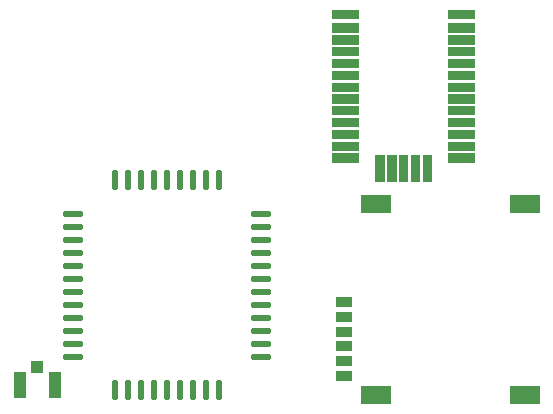
<source format=gbr>
%TF.GenerationSoftware,KiCad,Pcbnew,(6.99.0-1917-g23fb4c7433)*%
%TF.CreationDate,2022-06-08T13:57:36+10:00*%
%TF.ProjectId,samd21_gps_tracker,73616d64-3231-45f6-9770-735f74726163,rev?*%
%TF.SameCoordinates,Original*%
%TF.FileFunction,Paste,Top*%
%TF.FilePolarity,Positive*%
%FSLAX46Y46*%
G04 Gerber Fmt 4.6, Leading zero omitted, Abs format (unit mm)*
G04 Created by KiCad (PCBNEW (6.99.0-1917-g23fb4c7433)) date 2022-06-08 13:57:36*
%MOMM*%
%LPD*%
G01*
G04 APERTURE LIST*
%ADD10C,0.010000*%
%ADD11R,2.610000X1.560000*%
%ADD12R,1.350000X0.900000*%
%ADD13R,1.340000X0.900000*%
%ADD14O,1.800000X0.550000*%
%ADD15O,0.550000X1.800000*%
%ADD16R,1.100000X2.250000*%
%ADD17R,1.050000X1.100000*%
G04 APERTURE END LIST*
%TO.C,U4*%
G36*
X191000000Y-51050000D02*
G01*
X188825000Y-51050000D01*
X188825000Y-50350000D01*
X191000000Y-50350000D01*
X191000000Y-51050000D01*
G37*
D10*
X191000000Y-51050000D02*
X188825000Y-51050000D01*
X188825000Y-50350000D01*
X191000000Y-50350000D01*
X191000000Y-51050000D01*
G36*
X191000000Y-50050000D02*
G01*
X188825000Y-50050000D01*
X188825000Y-49350000D01*
X191000000Y-49350000D01*
X191000000Y-50050000D01*
G37*
X191000000Y-50050000D02*
X188825000Y-50050000D01*
X188825000Y-49350000D01*
X191000000Y-49350000D01*
X191000000Y-50050000D01*
G36*
X191000000Y-49050000D02*
G01*
X188825000Y-49050000D01*
X188825000Y-48350000D01*
X191000000Y-48350000D01*
X191000000Y-49050000D01*
G37*
X191000000Y-49050000D02*
X188825000Y-49050000D01*
X188825000Y-48350000D01*
X191000000Y-48350000D01*
X191000000Y-49050000D01*
G36*
X191000000Y-48050000D02*
G01*
X188825000Y-48050000D01*
X188825000Y-47350000D01*
X191000000Y-47350000D01*
X191000000Y-48050000D01*
G37*
X191000000Y-48050000D02*
X188825000Y-48050000D01*
X188825000Y-47350000D01*
X191000000Y-47350000D01*
X191000000Y-48050000D01*
G36*
X191000000Y-47050000D02*
G01*
X188825000Y-47050000D01*
X188825000Y-46350000D01*
X191000000Y-46350000D01*
X191000000Y-47050000D01*
G37*
X191000000Y-47050000D02*
X188825000Y-47050000D01*
X188825000Y-46350000D01*
X191000000Y-46350000D01*
X191000000Y-47050000D01*
G36*
X191000000Y-46050000D02*
G01*
X188825000Y-46050000D01*
X188825000Y-45350000D01*
X191000000Y-45350000D01*
X191000000Y-46050000D01*
G37*
X191000000Y-46050000D02*
X188825000Y-46050000D01*
X188825000Y-45350000D01*
X191000000Y-45350000D01*
X191000000Y-46050000D01*
G36*
X191000000Y-45050000D02*
G01*
X188825000Y-45050000D01*
X188825000Y-44350000D01*
X191000000Y-44350000D01*
X191000000Y-45050000D01*
G37*
X191000000Y-45050000D02*
X188825000Y-45050000D01*
X188825000Y-44350000D01*
X191000000Y-44350000D01*
X191000000Y-45050000D01*
G36*
X191000000Y-44050000D02*
G01*
X188825000Y-44050000D01*
X188825000Y-43350000D01*
X191000000Y-43350000D01*
X191000000Y-44050000D01*
G37*
X191000000Y-44050000D02*
X188825000Y-44050000D01*
X188825000Y-43350000D01*
X191000000Y-43350000D01*
X191000000Y-44050000D01*
G36*
X191000000Y-43050000D02*
G01*
X188825000Y-43050000D01*
X188825000Y-42350000D01*
X191000000Y-42350000D01*
X191000000Y-43050000D01*
G37*
X191000000Y-43050000D02*
X188825000Y-43050000D01*
X188825000Y-42350000D01*
X191000000Y-42350000D01*
X191000000Y-43050000D01*
G36*
X191000000Y-42050000D02*
G01*
X188825000Y-42050000D01*
X188825000Y-41350000D01*
X191000000Y-41350000D01*
X191000000Y-42050000D01*
G37*
X191000000Y-42050000D02*
X188825000Y-42050000D01*
X188825000Y-41350000D01*
X191000000Y-41350000D01*
X191000000Y-42050000D01*
G36*
X191000000Y-41050000D02*
G01*
X188825000Y-41050000D01*
X188825000Y-40350000D01*
X191000000Y-40350000D01*
X191000000Y-41050000D01*
G37*
X191000000Y-41050000D02*
X188825000Y-41050000D01*
X188825000Y-40350000D01*
X191000000Y-40350000D01*
X191000000Y-41050000D01*
G36*
X191000000Y-40050000D02*
G01*
X188825000Y-40050000D01*
X188825000Y-39350000D01*
X191000000Y-39350000D01*
X191000000Y-40050000D01*
G37*
X191000000Y-40050000D02*
X188825000Y-40050000D01*
X188825000Y-39350000D01*
X191000000Y-39350000D01*
X191000000Y-40050000D01*
G36*
X191000000Y-38900000D02*
G01*
X188825000Y-38900000D01*
X188825000Y-38200000D01*
X191000000Y-38200000D01*
X191000000Y-38900000D01*
G37*
X191000000Y-38900000D02*
X188825000Y-38900000D01*
X188825000Y-38200000D01*
X191000000Y-38200000D01*
X191000000Y-38900000D01*
G36*
X187350000Y-52700000D02*
G01*
X186650000Y-52700000D01*
X186650000Y-50525000D01*
X187350000Y-50525000D01*
X187350000Y-52700000D01*
G37*
X187350000Y-52700000D02*
X186650000Y-52700000D01*
X186650000Y-50525000D01*
X187350000Y-50525000D01*
X187350000Y-52700000D01*
G36*
X186350000Y-52700000D02*
G01*
X185650000Y-52700000D01*
X185650000Y-50525000D01*
X186350000Y-50525000D01*
X186350000Y-52700000D01*
G37*
X186350000Y-52700000D02*
X185650000Y-52700000D01*
X185650000Y-50525000D01*
X186350000Y-50525000D01*
X186350000Y-52700000D01*
G36*
X185350000Y-52700000D02*
G01*
X184650000Y-52700000D01*
X184650000Y-50525000D01*
X185350000Y-50525000D01*
X185350000Y-52700000D01*
G37*
X185350000Y-52700000D02*
X184650000Y-52700000D01*
X184650000Y-50525000D01*
X185350000Y-50525000D01*
X185350000Y-52700000D01*
G36*
X184350000Y-52700000D02*
G01*
X183650000Y-52700000D01*
X183650000Y-50525000D01*
X184350000Y-50525000D01*
X184350000Y-52700000D01*
G37*
X184350000Y-52700000D02*
X183650000Y-52700000D01*
X183650000Y-50525000D01*
X184350000Y-50525000D01*
X184350000Y-52700000D01*
G36*
X183350000Y-52700000D02*
G01*
X182650000Y-52700000D01*
X182650000Y-50525000D01*
X183350000Y-50525000D01*
X183350000Y-52700000D01*
G37*
X183350000Y-52700000D02*
X182650000Y-52700000D01*
X182650000Y-50525000D01*
X183350000Y-50525000D01*
X183350000Y-52700000D01*
G36*
X181175000Y-51050000D02*
G01*
X179000000Y-51050000D01*
X179000000Y-50350000D01*
X181175000Y-50350000D01*
X181175000Y-51050000D01*
G37*
X181175000Y-51050000D02*
X179000000Y-51050000D01*
X179000000Y-50350000D01*
X181175000Y-50350000D01*
X181175000Y-51050000D01*
G36*
X181175000Y-50050000D02*
G01*
X179000000Y-50050000D01*
X179000000Y-49350000D01*
X181175000Y-49350000D01*
X181175000Y-50050000D01*
G37*
X181175000Y-50050000D02*
X179000000Y-50050000D01*
X179000000Y-49350000D01*
X181175000Y-49350000D01*
X181175000Y-50050000D01*
G36*
X181175000Y-49050000D02*
G01*
X179000000Y-49050000D01*
X179000000Y-48350000D01*
X181175000Y-48350000D01*
X181175000Y-49050000D01*
G37*
X181175000Y-49050000D02*
X179000000Y-49050000D01*
X179000000Y-48350000D01*
X181175000Y-48350000D01*
X181175000Y-49050000D01*
G36*
X181175000Y-48050000D02*
G01*
X179000000Y-48050000D01*
X179000000Y-47350000D01*
X181175000Y-47350000D01*
X181175000Y-48050000D01*
G37*
X181175000Y-48050000D02*
X179000000Y-48050000D01*
X179000000Y-47350000D01*
X181175000Y-47350000D01*
X181175000Y-48050000D01*
G36*
X181175000Y-47050000D02*
G01*
X179000000Y-47050000D01*
X179000000Y-46350000D01*
X181175000Y-46350000D01*
X181175000Y-47050000D01*
G37*
X181175000Y-47050000D02*
X179000000Y-47050000D01*
X179000000Y-46350000D01*
X181175000Y-46350000D01*
X181175000Y-47050000D01*
G36*
X181175000Y-46050000D02*
G01*
X179000000Y-46050000D01*
X179000000Y-45350000D01*
X181175000Y-45350000D01*
X181175000Y-46050000D01*
G37*
X181175000Y-46050000D02*
X179000000Y-46050000D01*
X179000000Y-45350000D01*
X181175000Y-45350000D01*
X181175000Y-46050000D01*
G36*
X181175000Y-45050000D02*
G01*
X179000000Y-45050000D01*
X179000000Y-44350000D01*
X181175000Y-44350000D01*
X181175000Y-45050000D01*
G37*
X181175000Y-45050000D02*
X179000000Y-45050000D01*
X179000000Y-44350000D01*
X181175000Y-44350000D01*
X181175000Y-45050000D01*
G36*
X181175000Y-44050000D02*
G01*
X179000000Y-44050000D01*
X179000000Y-43350000D01*
X181175000Y-43350000D01*
X181175000Y-44050000D01*
G37*
X181175000Y-44050000D02*
X179000000Y-44050000D01*
X179000000Y-43350000D01*
X181175000Y-43350000D01*
X181175000Y-44050000D01*
G36*
X181175000Y-43050000D02*
G01*
X179000000Y-43050000D01*
X179000000Y-42350000D01*
X181175000Y-42350000D01*
X181175000Y-43050000D01*
G37*
X181175000Y-43050000D02*
X179000000Y-43050000D01*
X179000000Y-42350000D01*
X181175000Y-42350000D01*
X181175000Y-43050000D01*
G36*
X181175000Y-42050000D02*
G01*
X179000000Y-42050000D01*
X179000000Y-41350000D01*
X181175000Y-41350000D01*
X181175000Y-42050000D01*
G37*
X181175000Y-42050000D02*
X179000000Y-42050000D01*
X179000000Y-41350000D01*
X181175000Y-41350000D01*
X181175000Y-42050000D01*
G36*
X181175000Y-41050000D02*
G01*
X179000000Y-41050000D01*
X179000000Y-40350000D01*
X181175000Y-40350000D01*
X181175000Y-41050000D01*
G37*
X181175000Y-41050000D02*
X179000000Y-41050000D01*
X179000000Y-40350000D01*
X181175000Y-40350000D01*
X181175000Y-41050000D01*
G36*
X181175000Y-40050000D02*
G01*
X179000000Y-40050000D01*
X179000000Y-39350000D01*
X181175000Y-39350000D01*
X181175000Y-40050000D01*
G37*
X181175000Y-40050000D02*
X179000000Y-40050000D01*
X179000000Y-39350000D01*
X181175000Y-39350000D01*
X181175000Y-40050000D01*
G36*
X181175000Y-38900000D02*
G01*
X179000000Y-38900000D01*
X179000000Y-38200000D01*
X181175000Y-38200000D01*
X181175000Y-38900000D01*
G37*
X181175000Y-38900000D02*
X179000000Y-38900000D01*
X179000000Y-38200000D01*
X181175000Y-38200000D01*
X181175000Y-38900000D01*
%TD*%
D11*
%TO.C,J4*%
X182659999Y-70799999D03*
X195289999Y-70799999D03*
X182659999Y-54599999D03*
X195289999Y-54599999D03*
D12*
X180009999Y-67939999D03*
X180009999Y-65439999D03*
X180009999Y-62939999D03*
D13*
X180009999Y-69239999D03*
D12*
X180009999Y-66689999D03*
X180009999Y-64189999D03*
%TD*%
D14*
%TO.C,U8*%
X172949999Y-67549999D03*
X172949999Y-66449999D03*
X172949999Y-65349999D03*
X172949999Y-64249999D03*
X172949999Y-63149999D03*
X172949999Y-62049999D03*
X172949999Y-60949999D03*
X172949999Y-59849999D03*
X172949999Y-58749999D03*
X172949999Y-57649999D03*
X172949999Y-56549999D03*
X172949999Y-55449999D03*
D15*
X169399999Y-70399999D03*
X169399999Y-52599999D03*
X168299999Y-70399999D03*
X168299999Y-52599999D03*
X167199999Y-70399999D03*
X167199999Y-52599999D03*
X166099999Y-70399999D03*
X166099999Y-52599999D03*
X164999999Y-70399999D03*
X164999999Y-52599999D03*
X163899999Y-70399999D03*
X163899999Y-52599999D03*
X162799999Y-70399999D03*
X162799999Y-52599999D03*
X161699999Y-70399999D03*
X161699999Y-52599999D03*
X160599999Y-70399999D03*
X160599999Y-52599999D03*
D14*
X157049999Y-67549999D03*
X157049999Y-66449999D03*
X157049999Y-65349999D03*
X157049999Y-64249999D03*
X157049999Y-63149999D03*
X157049999Y-62049999D03*
X157049999Y-60949999D03*
X157049999Y-59849999D03*
X157049999Y-58749999D03*
X157049999Y-57649999D03*
X157049999Y-56549999D03*
X157049999Y-55449999D03*
%TD*%
D16*
%TO.C,J6*%
X155474999Y-69999999D03*
X152524999Y-69999999D03*
D17*
X153999999Y-68449999D03*
%TD*%
M02*

</source>
